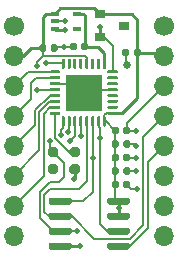
<source format=gbr>
%TF.GenerationSoftware,KiCad,Pcbnew,(5.1.6)-1*%
%TF.CreationDate,2020-10-27T18:31:36-05:00*%
%TF.ProjectId,ice30lp384_dev_board,69636533-306c-4703-9338-345f6465765f,rev?*%
%TF.SameCoordinates,Original*%
%TF.FileFunction,Copper,L1,Top*%
%TF.FilePolarity,Positive*%
%FSLAX46Y46*%
G04 Gerber Fmt 4.6, Leading zero omitted, Abs format (unit mm)*
G04 Created by KiCad (PCBNEW (5.1.6)-1) date 2020-10-27 18:31:36*
%MOMM*%
%LPD*%
G01*
G04 APERTURE LIST*
%TA.AperFunction,ComponentPad*%
%ADD10C,1.700000*%
%TD*%
%TA.AperFunction,ComponentPad*%
%ADD11O,1.700000X1.700000*%
%TD*%
%TA.AperFunction,SMDPad,CuDef*%
%ADD12R,3.100000X3.100000*%
%TD*%
%TA.AperFunction,SMDPad,CuDef*%
%ADD13R,0.650000X0.400000*%
%TD*%
%TA.AperFunction,SMDPad,CuDef*%
%ADD14R,0.900000X0.800000*%
%TD*%
%TA.AperFunction,ViaPad*%
%ADD15C,0.508000*%
%TD*%
%TA.AperFunction,ViaPad*%
%ADD16C,0.635000*%
%TD*%
%TA.AperFunction,Conductor*%
%ADD17C,0.152400*%
%TD*%
%TA.AperFunction,Conductor*%
%ADD18C,0.203200*%
%TD*%
%TA.AperFunction,Conductor*%
%ADD19C,0.254000*%
%TD*%
G04 APERTURE END LIST*
D10*
%TO.P,J2,1*%
%TO.N,GND*%
X125349000Y-48895000D03*
D11*
%TO.P,J2,2*%
%TO.N,+3V3*%
X125349000Y-51435000D03*
%TO.P,J2,3*%
%TO.N,SCK*%
X125349000Y-53975000D03*
%TO.P,J2,4*%
%TO.N,MISO*%
X125349000Y-56515000D03*
%TO.P,J2,5*%
%TO.N,MOSI*%
X125349000Y-59055000D03*
%TO.P,J2,6*%
%TO.N,CS0*%
X125349000Y-61595000D03*
%TO.P,J2,7*%
%TO.N,CRESET*%
X125349000Y-64135000D03*
%TO.P,J2,8*%
%TO.N,CDONE*%
X125349000Y-66675000D03*
%TD*%
D10*
%TO.P,J1,1*%
%TO.N,GND*%
X112649000Y-48895000D03*
D11*
%TO.P,J1,2*%
%TO.N,+3V3*%
X112649000Y-51435000D03*
%TO.P,J1,3*%
%TO.N,IO_1*%
X112649000Y-53975000D03*
%TO.P,J1,4*%
%TO.N,IO_2*%
X112649000Y-56515000D03*
%TO.P,J1,5*%
%TO.N,IO_3*%
X112649000Y-59055000D03*
%TO.P,J1,6*%
%TO.N,IO_4*%
X112649000Y-61595000D03*
%TO.P,J1,7*%
%TO.N,IO_5*%
X112649000Y-64135000D03*
%TO.P,J1,8*%
%TO.N,IO_32*%
X112649000Y-66675000D03*
%TD*%
%TO.P,C3,2*%
%TO.N,GND*%
%TA.AperFunction,SMDPad,CuDef*%
G36*
G01*
X115737000Y-50972500D02*
X115737000Y-50627500D01*
G75*
G02*
X115884500Y-50480000I147500J0D01*
G01*
X116179500Y-50480000D01*
G75*
G02*
X116327000Y-50627500I0J-147500D01*
G01*
X116327000Y-50972500D01*
G75*
G02*
X116179500Y-51120000I-147500J0D01*
G01*
X115884500Y-51120000D01*
G75*
G02*
X115737000Y-50972500I0J147500D01*
G01*
G37*
%TD.AperFunction*%
%TO.P,C3,1*%
%TO.N,+3V3*%
%TA.AperFunction,SMDPad,CuDef*%
G36*
G01*
X114767000Y-50972500D02*
X114767000Y-50627500D01*
G75*
G02*
X114914500Y-50480000I147500J0D01*
G01*
X115209500Y-50480000D01*
G75*
G02*
X115357000Y-50627500I0J-147500D01*
G01*
X115357000Y-50972500D01*
G75*
G02*
X115209500Y-51120000I-147500J0D01*
G01*
X114914500Y-51120000D01*
G75*
G02*
X114767000Y-50972500I0J147500D01*
G01*
G37*
%TD.AperFunction*%
%TD*%
%TO.P,C2,2*%
%TO.N,GND*%
%TA.AperFunction,SMDPad,CuDef*%
G36*
G01*
X117943000Y-50500500D02*
X117943000Y-50845500D01*
G75*
G02*
X117795500Y-50993000I-147500J0D01*
G01*
X117500500Y-50993000D01*
G75*
G02*
X117353000Y-50845500I0J147500D01*
G01*
X117353000Y-50500500D01*
G75*
G02*
X117500500Y-50353000I147500J0D01*
G01*
X117795500Y-50353000D01*
G75*
G02*
X117943000Y-50500500I0J-147500D01*
G01*
G37*
%TD.AperFunction*%
%TO.P,C2,1*%
%TO.N,+1V2*%
%TA.AperFunction,SMDPad,CuDef*%
G36*
G01*
X118913000Y-50500500D02*
X118913000Y-50845500D01*
G75*
G02*
X118765500Y-50993000I-147500J0D01*
G01*
X118470500Y-50993000D01*
G75*
G02*
X118323000Y-50845500I0J147500D01*
G01*
X118323000Y-50500500D01*
G75*
G02*
X118470500Y-50353000I147500J0D01*
G01*
X118765500Y-50353000D01*
G75*
G02*
X118913000Y-50500500I0J-147500D01*
G01*
G37*
%TD.AperFunction*%
%TD*%
%TO.P,C1,2*%
%TO.N,GND*%
%TA.AperFunction,SMDPad,CuDef*%
G36*
G01*
X122388000Y-51008500D02*
X122388000Y-51353500D01*
G75*
G02*
X122240500Y-51501000I-147500J0D01*
G01*
X121945500Y-51501000D01*
G75*
G02*
X121798000Y-51353500I0J147500D01*
G01*
X121798000Y-51008500D01*
G75*
G02*
X121945500Y-50861000I147500J0D01*
G01*
X122240500Y-50861000D01*
G75*
G02*
X122388000Y-51008500I0J-147500D01*
G01*
G37*
%TD.AperFunction*%
%TO.P,C1,1*%
%TO.N,+3V3*%
%TA.AperFunction,SMDPad,CuDef*%
G36*
G01*
X123358000Y-51008500D02*
X123358000Y-51353500D01*
G75*
G02*
X123210500Y-51501000I-147500J0D01*
G01*
X122915500Y-51501000D01*
G75*
G02*
X122768000Y-51353500I0J147500D01*
G01*
X122768000Y-51008500D01*
G75*
G02*
X122915500Y-50861000I147500J0D01*
G01*
X123210500Y-50861000D01*
G75*
G02*
X123358000Y-51008500I0J-147500D01*
G01*
G37*
%TD.AperFunction*%
%TD*%
%TO.P,R5,2*%
%TO.N,SCK*%
%TA.AperFunction,SMDPad,CuDef*%
G36*
G01*
X121879000Y-57957500D02*
X121879000Y-57612500D01*
G75*
G02*
X122026500Y-57465000I147500J0D01*
G01*
X122321500Y-57465000D01*
G75*
G02*
X122469000Y-57612500I0J-147500D01*
G01*
X122469000Y-57957500D01*
G75*
G02*
X122321500Y-58105000I-147500J0D01*
G01*
X122026500Y-58105000D01*
G75*
G02*
X121879000Y-57957500I0J147500D01*
G01*
G37*
%TD.AperFunction*%
%TO.P,R5,1*%
%TO.N,+3V3*%
%TA.AperFunction,SMDPad,CuDef*%
G36*
G01*
X120909000Y-57957500D02*
X120909000Y-57612500D01*
G75*
G02*
X121056500Y-57465000I147500J0D01*
G01*
X121351500Y-57465000D01*
G75*
G02*
X121499000Y-57612500I0J-147500D01*
G01*
X121499000Y-57957500D01*
G75*
G02*
X121351500Y-58105000I-147500J0D01*
G01*
X121056500Y-58105000D01*
G75*
G02*
X120909000Y-57957500I0J147500D01*
G01*
G37*
%TD.AperFunction*%
%TD*%
%TO.P,R4,2*%
%TO.N,MOSI*%
%TA.AperFunction,SMDPad,CuDef*%
G36*
G01*
X121879000Y-59100500D02*
X121879000Y-58755500D01*
G75*
G02*
X122026500Y-58608000I147500J0D01*
G01*
X122321500Y-58608000D01*
G75*
G02*
X122469000Y-58755500I0J-147500D01*
G01*
X122469000Y-59100500D01*
G75*
G02*
X122321500Y-59248000I-147500J0D01*
G01*
X122026500Y-59248000D01*
G75*
G02*
X121879000Y-59100500I0J147500D01*
G01*
G37*
%TD.AperFunction*%
%TO.P,R4,1*%
%TO.N,+3V3*%
%TA.AperFunction,SMDPad,CuDef*%
G36*
G01*
X120909000Y-59100500D02*
X120909000Y-58755500D01*
G75*
G02*
X121056500Y-58608000I147500J0D01*
G01*
X121351500Y-58608000D01*
G75*
G02*
X121499000Y-58755500I0J-147500D01*
G01*
X121499000Y-59100500D01*
G75*
G02*
X121351500Y-59248000I-147500J0D01*
G01*
X121056500Y-59248000D01*
G75*
G02*
X120909000Y-59100500I0J147500D01*
G01*
G37*
%TD.AperFunction*%
%TD*%
%TO.P,R3,2*%
%TO.N,CS0*%
%TA.AperFunction,SMDPad,CuDef*%
G36*
G01*
X121856000Y-60243500D02*
X121856000Y-59898500D01*
G75*
G02*
X122003500Y-59751000I147500J0D01*
G01*
X122298500Y-59751000D01*
G75*
G02*
X122446000Y-59898500I0J-147500D01*
G01*
X122446000Y-60243500D01*
G75*
G02*
X122298500Y-60391000I-147500J0D01*
G01*
X122003500Y-60391000D01*
G75*
G02*
X121856000Y-60243500I0J147500D01*
G01*
G37*
%TD.AperFunction*%
%TO.P,R3,1*%
%TO.N,+3V3*%
%TA.AperFunction,SMDPad,CuDef*%
G36*
G01*
X120886000Y-60243500D02*
X120886000Y-59898500D01*
G75*
G02*
X121033500Y-59751000I147500J0D01*
G01*
X121328500Y-59751000D01*
G75*
G02*
X121476000Y-59898500I0J-147500D01*
G01*
X121476000Y-60243500D01*
G75*
G02*
X121328500Y-60391000I-147500J0D01*
G01*
X121033500Y-60391000D01*
G75*
G02*
X120886000Y-60243500I0J147500D01*
G01*
G37*
%TD.AperFunction*%
%TD*%
%TO.P,R2,2*%
%TO.N,CDONE*%
%TA.AperFunction,SMDPad,CuDef*%
G36*
G01*
X121879000Y-62529500D02*
X121879000Y-62184500D01*
G75*
G02*
X122026500Y-62037000I147500J0D01*
G01*
X122321500Y-62037000D01*
G75*
G02*
X122469000Y-62184500I0J-147500D01*
G01*
X122469000Y-62529500D01*
G75*
G02*
X122321500Y-62677000I-147500J0D01*
G01*
X122026500Y-62677000D01*
G75*
G02*
X121879000Y-62529500I0J147500D01*
G01*
G37*
%TD.AperFunction*%
%TO.P,R2,1*%
%TO.N,+3V3*%
%TA.AperFunction,SMDPad,CuDef*%
G36*
G01*
X120909000Y-62529500D02*
X120909000Y-62184500D01*
G75*
G02*
X121056500Y-62037000I147500J0D01*
G01*
X121351500Y-62037000D01*
G75*
G02*
X121499000Y-62184500I0J-147500D01*
G01*
X121499000Y-62529500D01*
G75*
G02*
X121351500Y-62677000I-147500J0D01*
G01*
X121056500Y-62677000D01*
G75*
G02*
X120909000Y-62529500I0J147500D01*
G01*
G37*
%TD.AperFunction*%
%TD*%
%TO.P,R1,2*%
%TO.N,CRESET*%
%TA.AperFunction,SMDPad,CuDef*%
G36*
G01*
X121879000Y-61386500D02*
X121879000Y-61041500D01*
G75*
G02*
X122026500Y-60894000I147500J0D01*
G01*
X122321500Y-60894000D01*
G75*
G02*
X122469000Y-61041500I0J-147500D01*
G01*
X122469000Y-61386500D01*
G75*
G02*
X122321500Y-61534000I-147500J0D01*
G01*
X122026500Y-61534000D01*
G75*
G02*
X121879000Y-61386500I0J147500D01*
G01*
G37*
%TD.AperFunction*%
%TO.P,R1,1*%
%TO.N,+3V3*%
%TA.AperFunction,SMDPad,CuDef*%
G36*
G01*
X120909000Y-61386500D02*
X120909000Y-61041500D01*
G75*
G02*
X121056500Y-60894000I147500J0D01*
G01*
X121351500Y-60894000D01*
G75*
G02*
X121499000Y-61041500I0J-147500D01*
G01*
X121499000Y-61386500D01*
G75*
G02*
X121351500Y-61534000I-147500J0D01*
G01*
X121056500Y-61534000D01*
G75*
G02*
X120909000Y-61386500I0J147500D01*
G01*
G37*
%TD.AperFunction*%
%TD*%
%TO.P,U4,8*%
%TO.N,+3V3*%
%TA.AperFunction,SMDPad,CuDef*%
G36*
G01*
X120499000Y-63904000D02*
X120499000Y-63604000D01*
G75*
G02*
X120649000Y-63454000I150000J0D01*
G01*
X122299000Y-63454000D01*
G75*
G02*
X122449000Y-63604000I0J-150000D01*
G01*
X122449000Y-63904000D01*
G75*
G02*
X122299000Y-64054000I-150000J0D01*
G01*
X120649000Y-64054000D01*
G75*
G02*
X120499000Y-63904000I0J150000D01*
G01*
G37*
%TD.AperFunction*%
%TO.P,U4,7*%
%TA.AperFunction,SMDPad,CuDef*%
G36*
G01*
X120499000Y-65174000D02*
X120499000Y-64874000D01*
G75*
G02*
X120649000Y-64724000I150000J0D01*
G01*
X122299000Y-64724000D01*
G75*
G02*
X122449000Y-64874000I0J-150000D01*
G01*
X122449000Y-65174000D01*
G75*
G02*
X122299000Y-65324000I-150000J0D01*
G01*
X120649000Y-65324000D01*
G75*
G02*
X120499000Y-65174000I0J150000D01*
G01*
G37*
%TD.AperFunction*%
%TO.P,U4,6*%
%TO.N,SCK*%
%TA.AperFunction,SMDPad,CuDef*%
G36*
G01*
X120499000Y-66444000D02*
X120499000Y-66144000D01*
G75*
G02*
X120649000Y-65994000I150000J0D01*
G01*
X122299000Y-65994000D01*
G75*
G02*
X122449000Y-66144000I0J-150000D01*
G01*
X122449000Y-66444000D01*
G75*
G02*
X122299000Y-66594000I-150000J0D01*
G01*
X120649000Y-66594000D01*
G75*
G02*
X120499000Y-66444000I0J150000D01*
G01*
G37*
%TD.AperFunction*%
%TO.P,U4,5*%
%TO.N,MOSI*%
%TA.AperFunction,SMDPad,CuDef*%
G36*
G01*
X120499000Y-67714000D02*
X120499000Y-67414000D01*
G75*
G02*
X120649000Y-67264000I150000J0D01*
G01*
X122299000Y-67264000D01*
G75*
G02*
X122449000Y-67414000I0J-150000D01*
G01*
X122449000Y-67714000D01*
G75*
G02*
X122299000Y-67864000I-150000J0D01*
G01*
X120649000Y-67864000D01*
G75*
G02*
X120499000Y-67714000I0J150000D01*
G01*
G37*
%TD.AperFunction*%
%TO.P,U4,4*%
%TO.N,GND*%
%TA.AperFunction,SMDPad,CuDef*%
G36*
G01*
X115549000Y-67714000D02*
X115549000Y-67414000D01*
G75*
G02*
X115699000Y-67264000I150000J0D01*
G01*
X117349000Y-67264000D01*
G75*
G02*
X117499000Y-67414000I0J-150000D01*
G01*
X117499000Y-67714000D01*
G75*
G02*
X117349000Y-67864000I-150000J0D01*
G01*
X115699000Y-67864000D01*
G75*
G02*
X115549000Y-67714000I0J150000D01*
G01*
G37*
%TD.AperFunction*%
%TO.P,U4,3*%
%TO.N,+3V3*%
%TA.AperFunction,SMDPad,CuDef*%
G36*
G01*
X115549000Y-66444000D02*
X115549000Y-66144000D01*
G75*
G02*
X115699000Y-65994000I150000J0D01*
G01*
X117349000Y-65994000D01*
G75*
G02*
X117499000Y-66144000I0J-150000D01*
G01*
X117499000Y-66444000D01*
G75*
G02*
X117349000Y-66594000I-150000J0D01*
G01*
X115699000Y-66594000D01*
G75*
G02*
X115549000Y-66444000I0J150000D01*
G01*
G37*
%TD.AperFunction*%
%TO.P,U4,2*%
%TO.N,MISO*%
%TA.AperFunction,SMDPad,CuDef*%
G36*
G01*
X115549000Y-65174000D02*
X115549000Y-64874000D01*
G75*
G02*
X115699000Y-64724000I150000J0D01*
G01*
X117349000Y-64724000D01*
G75*
G02*
X117499000Y-64874000I0J-150000D01*
G01*
X117499000Y-65174000D01*
G75*
G02*
X117349000Y-65324000I-150000J0D01*
G01*
X115699000Y-65324000D01*
G75*
G02*
X115549000Y-65174000I0J150000D01*
G01*
G37*
%TD.AperFunction*%
%TO.P,U4,1*%
%TO.N,CS0*%
%TA.AperFunction,SMDPad,CuDef*%
G36*
G01*
X115549000Y-63904000D02*
X115549000Y-63604000D01*
G75*
G02*
X115699000Y-63454000I150000J0D01*
G01*
X117349000Y-63454000D01*
G75*
G02*
X117499000Y-63604000I0J-150000D01*
G01*
X117499000Y-63904000D01*
G75*
G02*
X117349000Y-64054000I-150000J0D01*
G01*
X115699000Y-64054000D01*
G75*
G02*
X115549000Y-63904000I0J150000D01*
G01*
G37*
%TD.AperFunction*%
%TD*%
D12*
%TO.P,U3,33*%
%TO.N,GND*%
X118534000Y-54570000D03*
%TO.P,U3,32*%
%TO.N,IO_32*%
%TA.AperFunction,SMDPad,CuDef*%
G36*
G01*
X116659000Y-52507500D02*
X116659000Y-51757500D01*
G75*
G02*
X116721500Y-51695000I62500J0D01*
G01*
X116846500Y-51695000D01*
G75*
G02*
X116909000Y-51757500I0J-62500D01*
G01*
X116909000Y-52507500D01*
G75*
G02*
X116846500Y-52570000I-62500J0D01*
G01*
X116721500Y-52570000D01*
G75*
G02*
X116659000Y-52507500I0J62500D01*
G01*
G37*
%TD.AperFunction*%
%TO.P,U3,31*%
%TO.N,N/C*%
%TA.AperFunction,SMDPad,CuDef*%
G36*
G01*
X117159000Y-52507500D02*
X117159000Y-51757500D01*
G75*
G02*
X117221500Y-51695000I62500J0D01*
G01*
X117346500Y-51695000D01*
G75*
G02*
X117409000Y-51757500I0J-62500D01*
G01*
X117409000Y-52507500D01*
G75*
G02*
X117346500Y-52570000I-62500J0D01*
G01*
X117221500Y-52570000D01*
G75*
G02*
X117159000Y-52507500I0J62500D01*
G01*
G37*
%TD.AperFunction*%
%TO.P,U3,30*%
%TA.AperFunction,SMDPad,CuDef*%
G36*
G01*
X117659000Y-52507500D02*
X117659000Y-51757500D01*
G75*
G02*
X117721500Y-51695000I62500J0D01*
G01*
X117846500Y-51695000D01*
G75*
G02*
X117909000Y-51757500I0J-62500D01*
G01*
X117909000Y-52507500D01*
G75*
G02*
X117846500Y-52570000I-62500J0D01*
G01*
X117721500Y-52570000D01*
G75*
G02*
X117659000Y-52507500I0J62500D01*
G01*
G37*
%TD.AperFunction*%
%TO.P,U3,29*%
%TA.AperFunction,SMDPad,CuDef*%
G36*
G01*
X118159000Y-52507500D02*
X118159000Y-51757500D01*
G75*
G02*
X118221500Y-51695000I62500J0D01*
G01*
X118346500Y-51695000D01*
G75*
G02*
X118409000Y-51757500I0J-62500D01*
G01*
X118409000Y-52507500D01*
G75*
G02*
X118346500Y-52570000I-62500J0D01*
G01*
X118221500Y-52570000D01*
G75*
G02*
X118159000Y-52507500I0J62500D01*
G01*
G37*
%TD.AperFunction*%
%TO.P,U3,28*%
%TO.N,+3V3*%
%TA.AperFunction,SMDPad,CuDef*%
G36*
G01*
X118659000Y-52507500D02*
X118659000Y-51757500D01*
G75*
G02*
X118721500Y-51695000I62500J0D01*
G01*
X118846500Y-51695000D01*
G75*
G02*
X118909000Y-51757500I0J-62500D01*
G01*
X118909000Y-52507500D01*
G75*
G02*
X118846500Y-52570000I-62500J0D01*
G01*
X118721500Y-52570000D01*
G75*
G02*
X118659000Y-52507500I0J62500D01*
G01*
G37*
%TD.AperFunction*%
%TO.P,U3,27*%
%TO.N,N/C*%
%TA.AperFunction,SMDPad,CuDef*%
G36*
G01*
X119159000Y-52507500D02*
X119159000Y-51757500D01*
G75*
G02*
X119221500Y-51695000I62500J0D01*
G01*
X119346500Y-51695000D01*
G75*
G02*
X119409000Y-51757500I0J-62500D01*
G01*
X119409000Y-52507500D01*
G75*
G02*
X119346500Y-52570000I-62500J0D01*
G01*
X119221500Y-52570000D01*
G75*
G02*
X119159000Y-52507500I0J62500D01*
G01*
G37*
%TD.AperFunction*%
%TO.P,U3,26*%
%TA.AperFunction,SMDPad,CuDef*%
G36*
G01*
X119659000Y-52507500D02*
X119659000Y-51757500D01*
G75*
G02*
X119721500Y-51695000I62500J0D01*
G01*
X119846500Y-51695000D01*
G75*
G02*
X119909000Y-51757500I0J-62500D01*
G01*
X119909000Y-52507500D01*
G75*
G02*
X119846500Y-52570000I-62500J0D01*
G01*
X119721500Y-52570000D01*
G75*
G02*
X119659000Y-52507500I0J62500D01*
G01*
G37*
%TD.AperFunction*%
%TO.P,U3,25*%
%TO.N,+1V2*%
%TA.AperFunction,SMDPad,CuDef*%
G36*
G01*
X120159000Y-52507500D02*
X120159000Y-51757500D01*
G75*
G02*
X120221500Y-51695000I62500J0D01*
G01*
X120346500Y-51695000D01*
G75*
G02*
X120409000Y-51757500I0J-62500D01*
G01*
X120409000Y-52507500D01*
G75*
G02*
X120346500Y-52570000I-62500J0D01*
G01*
X120221500Y-52570000D01*
G75*
G02*
X120159000Y-52507500I0J62500D01*
G01*
G37*
%TD.AperFunction*%
%TO.P,U3,24*%
%TO.N,+2V5*%
%TA.AperFunction,SMDPad,CuDef*%
G36*
G01*
X120534000Y-52882500D02*
X120534000Y-52757500D01*
G75*
G02*
X120596500Y-52695000I62500J0D01*
G01*
X121346500Y-52695000D01*
G75*
G02*
X121409000Y-52757500I0J-62500D01*
G01*
X121409000Y-52882500D01*
G75*
G02*
X121346500Y-52945000I-62500J0D01*
G01*
X120596500Y-52945000D01*
G75*
G02*
X120534000Y-52882500I0J62500D01*
G01*
G37*
%TD.AperFunction*%
%TO.P,U3,23*%
%TO.N,N/C*%
%TA.AperFunction,SMDPad,CuDef*%
G36*
G01*
X120534000Y-53382500D02*
X120534000Y-53257500D01*
G75*
G02*
X120596500Y-53195000I62500J0D01*
G01*
X121346500Y-53195000D01*
G75*
G02*
X121409000Y-53257500I0J-62500D01*
G01*
X121409000Y-53382500D01*
G75*
G02*
X121346500Y-53445000I-62500J0D01*
G01*
X120596500Y-53445000D01*
G75*
G02*
X120534000Y-53382500I0J62500D01*
G01*
G37*
%TD.AperFunction*%
%TO.P,U3,22*%
%TA.AperFunction,SMDPad,CuDef*%
G36*
G01*
X120534000Y-53882500D02*
X120534000Y-53757500D01*
G75*
G02*
X120596500Y-53695000I62500J0D01*
G01*
X121346500Y-53695000D01*
G75*
G02*
X121409000Y-53757500I0J-62500D01*
G01*
X121409000Y-53882500D01*
G75*
G02*
X121346500Y-53945000I-62500J0D01*
G01*
X120596500Y-53945000D01*
G75*
G02*
X120534000Y-53882500I0J62500D01*
G01*
G37*
%TD.AperFunction*%
%TO.P,U3,21*%
%TO.N,GND*%
%TA.AperFunction,SMDPad,CuDef*%
G36*
G01*
X120534000Y-54382500D02*
X120534000Y-54257500D01*
G75*
G02*
X120596500Y-54195000I62500J0D01*
G01*
X121346500Y-54195000D01*
G75*
G02*
X121409000Y-54257500I0J-62500D01*
G01*
X121409000Y-54382500D01*
G75*
G02*
X121346500Y-54445000I-62500J0D01*
G01*
X120596500Y-54445000D01*
G75*
G02*
X120534000Y-54382500I0J62500D01*
G01*
G37*
%TD.AperFunction*%
%TO.P,U3,20*%
%TO.N,N/C*%
%TA.AperFunction,SMDPad,CuDef*%
G36*
G01*
X120534000Y-54882500D02*
X120534000Y-54757500D01*
G75*
G02*
X120596500Y-54695000I62500J0D01*
G01*
X121346500Y-54695000D01*
G75*
G02*
X121409000Y-54757500I0J-62500D01*
G01*
X121409000Y-54882500D01*
G75*
G02*
X121346500Y-54945000I-62500J0D01*
G01*
X120596500Y-54945000D01*
G75*
G02*
X120534000Y-54882500I0J62500D01*
G01*
G37*
%TD.AperFunction*%
%TO.P,U3,19*%
%TA.AperFunction,SMDPad,CuDef*%
G36*
G01*
X120534000Y-55382500D02*
X120534000Y-55257500D01*
G75*
G02*
X120596500Y-55195000I62500J0D01*
G01*
X121346500Y-55195000D01*
G75*
G02*
X121409000Y-55257500I0J-62500D01*
G01*
X121409000Y-55382500D01*
G75*
G02*
X121346500Y-55445000I-62500J0D01*
G01*
X120596500Y-55445000D01*
G75*
G02*
X120534000Y-55382500I0J62500D01*
G01*
G37*
%TD.AperFunction*%
%TO.P,U3,18*%
%TA.AperFunction,SMDPad,CuDef*%
G36*
G01*
X120534000Y-55882500D02*
X120534000Y-55757500D01*
G75*
G02*
X120596500Y-55695000I62500J0D01*
G01*
X121346500Y-55695000D01*
G75*
G02*
X121409000Y-55757500I0J-62500D01*
G01*
X121409000Y-55882500D01*
G75*
G02*
X121346500Y-55945000I-62500J0D01*
G01*
X120596500Y-55945000D01*
G75*
G02*
X120534000Y-55882500I0J62500D01*
G01*
G37*
%TD.AperFunction*%
%TO.P,U3,17*%
%TO.N,+3V3*%
%TA.AperFunction,SMDPad,CuDef*%
G36*
G01*
X120534000Y-56382500D02*
X120534000Y-56257500D01*
G75*
G02*
X120596500Y-56195000I62500J0D01*
G01*
X121346500Y-56195000D01*
G75*
G02*
X121409000Y-56257500I0J-62500D01*
G01*
X121409000Y-56382500D01*
G75*
G02*
X121346500Y-56445000I-62500J0D01*
G01*
X120596500Y-56445000D01*
G75*
G02*
X120534000Y-56382500I0J62500D01*
G01*
G37*
%TD.AperFunction*%
%TO.P,U3,16*%
%TA.AperFunction,SMDPad,CuDef*%
G36*
G01*
X120159000Y-57382500D02*
X120159000Y-56632500D01*
G75*
G02*
X120221500Y-56570000I62500J0D01*
G01*
X120346500Y-56570000D01*
G75*
G02*
X120409000Y-56632500I0J-62500D01*
G01*
X120409000Y-57382500D01*
G75*
G02*
X120346500Y-57445000I-62500J0D01*
G01*
X120221500Y-57445000D01*
G75*
G02*
X120159000Y-57382500I0J62500D01*
G01*
G37*
%TD.AperFunction*%
%TO.P,U3,15*%
%TO.N,SCK*%
%TA.AperFunction,SMDPad,CuDef*%
G36*
G01*
X119659000Y-57382500D02*
X119659000Y-56632500D01*
G75*
G02*
X119721500Y-56570000I62500J0D01*
G01*
X119846500Y-56570000D01*
G75*
G02*
X119909000Y-56632500I0J-62500D01*
G01*
X119909000Y-57382500D01*
G75*
G02*
X119846500Y-57445000I-62500J0D01*
G01*
X119721500Y-57445000D01*
G75*
G02*
X119659000Y-57382500I0J62500D01*
G01*
G37*
%TD.AperFunction*%
%TO.P,U3,14*%
%TO.N,CS0*%
%TA.AperFunction,SMDPad,CuDef*%
G36*
G01*
X119159000Y-57382500D02*
X119159000Y-56632500D01*
G75*
G02*
X119221500Y-56570000I62500J0D01*
G01*
X119346500Y-56570000D01*
G75*
G02*
X119409000Y-56632500I0J-62500D01*
G01*
X119409000Y-57382500D01*
G75*
G02*
X119346500Y-57445000I-62500J0D01*
G01*
X119221500Y-57445000D01*
G75*
G02*
X119159000Y-57382500I0J62500D01*
G01*
G37*
%TD.AperFunction*%
%TO.P,U3,13*%
%TO.N,MISO*%
%TA.AperFunction,SMDPad,CuDef*%
G36*
G01*
X118659000Y-57382500D02*
X118659000Y-56632500D01*
G75*
G02*
X118721500Y-56570000I62500J0D01*
G01*
X118846500Y-56570000D01*
G75*
G02*
X118909000Y-56632500I0J-62500D01*
G01*
X118909000Y-57382500D01*
G75*
G02*
X118846500Y-57445000I-62500J0D01*
G01*
X118721500Y-57445000D01*
G75*
G02*
X118659000Y-57382500I0J62500D01*
G01*
G37*
%TD.AperFunction*%
%TO.P,U3,12*%
%TO.N,MOSI*%
%TA.AperFunction,SMDPad,CuDef*%
G36*
G01*
X118159000Y-57382500D02*
X118159000Y-56632500D01*
G75*
G02*
X118221500Y-56570000I62500J0D01*
G01*
X118346500Y-56570000D01*
G75*
G02*
X118409000Y-56632500I0J-62500D01*
G01*
X118409000Y-57382500D01*
G75*
G02*
X118346500Y-57445000I-62500J0D01*
G01*
X118221500Y-57445000D01*
G75*
G02*
X118159000Y-57382500I0J62500D01*
G01*
G37*
%TD.AperFunction*%
%TO.P,U3,11*%
%TO.N,CDONE*%
%TA.AperFunction,SMDPad,CuDef*%
G36*
G01*
X117659000Y-57382500D02*
X117659000Y-56632500D01*
G75*
G02*
X117721500Y-56570000I62500J0D01*
G01*
X117846500Y-56570000D01*
G75*
G02*
X117909000Y-56632500I0J-62500D01*
G01*
X117909000Y-57382500D01*
G75*
G02*
X117846500Y-57445000I-62500J0D01*
G01*
X117721500Y-57445000D01*
G75*
G02*
X117659000Y-57382500I0J62500D01*
G01*
G37*
%TD.AperFunction*%
%TO.P,U3,10*%
%TO.N,CRESET*%
%TA.AperFunction,SMDPad,CuDef*%
G36*
G01*
X117159000Y-57382500D02*
X117159000Y-56632500D01*
G75*
G02*
X117221500Y-56570000I62500J0D01*
G01*
X117346500Y-56570000D01*
G75*
G02*
X117409000Y-56632500I0J-62500D01*
G01*
X117409000Y-57382500D01*
G75*
G02*
X117346500Y-57445000I-62500J0D01*
G01*
X117221500Y-57445000D01*
G75*
G02*
X117159000Y-57382500I0J62500D01*
G01*
G37*
%TD.AperFunction*%
%TO.P,U3,9*%
%TO.N,+3V3*%
%TA.AperFunction,SMDPad,CuDef*%
G36*
G01*
X116659000Y-57382500D02*
X116659000Y-56632500D01*
G75*
G02*
X116721500Y-56570000I62500J0D01*
G01*
X116846500Y-56570000D01*
G75*
G02*
X116909000Y-56632500I0J-62500D01*
G01*
X116909000Y-57382500D01*
G75*
G02*
X116846500Y-57445000I-62500J0D01*
G01*
X116721500Y-57445000D01*
G75*
G02*
X116659000Y-57382500I0J62500D01*
G01*
G37*
%TD.AperFunction*%
%TO.P,U3,8*%
%TO.N,CLK*%
%TA.AperFunction,SMDPad,CuDef*%
G36*
G01*
X115659000Y-56382500D02*
X115659000Y-56257500D01*
G75*
G02*
X115721500Y-56195000I62500J0D01*
G01*
X116471500Y-56195000D01*
G75*
G02*
X116534000Y-56257500I0J-62500D01*
G01*
X116534000Y-56382500D01*
G75*
G02*
X116471500Y-56445000I-62500J0D01*
G01*
X115721500Y-56445000D01*
G75*
G02*
X115659000Y-56382500I0J62500D01*
G01*
G37*
%TD.AperFunction*%
%TO.P,U3,7*%
%TO.N,IO_5*%
%TA.AperFunction,SMDPad,CuDef*%
G36*
G01*
X115659000Y-55882500D02*
X115659000Y-55757500D01*
G75*
G02*
X115721500Y-55695000I62500J0D01*
G01*
X116471500Y-55695000D01*
G75*
G02*
X116534000Y-55757500I0J-62500D01*
G01*
X116534000Y-55882500D01*
G75*
G02*
X116471500Y-55945000I-62500J0D01*
G01*
X115721500Y-55945000D01*
G75*
G02*
X115659000Y-55882500I0J62500D01*
G01*
G37*
%TD.AperFunction*%
%TO.P,U3,6*%
%TO.N,IO_4*%
%TA.AperFunction,SMDPad,CuDef*%
G36*
G01*
X115659000Y-55382500D02*
X115659000Y-55257500D01*
G75*
G02*
X115721500Y-55195000I62500J0D01*
G01*
X116471500Y-55195000D01*
G75*
G02*
X116534000Y-55257500I0J-62500D01*
G01*
X116534000Y-55382500D01*
G75*
G02*
X116471500Y-55445000I-62500J0D01*
G01*
X115721500Y-55445000D01*
G75*
G02*
X115659000Y-55382500I0J62500D01*
G01*
G37*
%TD.AperFunction*%
%TO.P,U3,5*%
%TO.N,IO_3*%
%TA.AperFunction,SMDPad,CuDef*%
G36*
G01*
X115659000Y-54882500D02*
X115659000Y-54757500D01*
G75*
G02*
X115721500Y-54695000I62500J0D01*
G01*
X116471500Y-54695000D01*
G75*
G02*
X116534000Y-54757500I0J-62500D01*
G01*
X116534000Y-54882500D01*
G75*
G02*
X116471500Y-54945000I-62500J0D01*
G01*
X115721500Y-54945000D01*
G75*
G02*
X115659000Y-54882500I0J62500D01*
G01*
G37*
%TD.AperFunction*%
%TO.P,U3,4*%
%TO.N,+3V3*%
%TA.AperFunction,SMDPad,CuDef*%
G36*
G01*
X115659000Y-54382500D02*
X115659000Y-54257500D01*
G75*
G02*
X115721500Y-54195000I62500J0D01*
G01*
X116471500Y-54195000D01*
G75*
G02*
X116534000Y-54257500I0J-62500D01*
G01*
X116534000Y-54382500D01*
G75*
G02*
X116471500Y-54445000I-62500J0D01*
G01*
X115721500Y-54445000D01*
G75*
G02*
X115659000Y-54382500I0J62500D01*
G01*
G37*
%TD.AperFunction*%
%TO.P,U3,3*%
%TO.N,GND*%
%TA.AperFunction,SMDPad,CuDef*%
G36*
G01*
X115659000Y-53882500D02*
X115659000Y-53757500D01*
G75*
G02*
X115721500Y-53695000I62500J0D01*
G01*
X116471500Y-53695000D01*
G75*
G02*
X116534000Y-53757500I0J-62500D01*
G01*
X116534000Y-53882500D01*
G75*
G02*
X116471500Y-53945000I-62500J0D01*
G01*
X115721500Y-53945000D01*
G75*
G02*
X115659000Y-53882500I0J62500D01*
G01*
G37*
%TD.AperFunction*%
%TO.P,U3,2*%
%TO.N,IO_2*%
%TA.AperFunction,SMDPad,CuDef*%
G36*
G01*
X115659000Y-53382500D02*
X115659000Y-53257500D01*
G75*
G02*
X115721500Y-53195000I62500J0D01*
G01*
X116471500Y-53195000D01*
G75*
G02*
X116534000Y-53257500I0J-62500D01*
G01*
X116534000Y-53382500D01*
G75*
G02*
X116471500Y-53445000I-62500J0D01*
G01*
X115721500Y-53445000D01*
G75*
G02*
X115659000Y-53382500I0J62500D01*
G01*
G37*
%TD.AperFunction*%
%TO.P,U3,1*%
%TO.N,IO_1*%
%TA.AperFunction,SMDPad,CuDef*%
G36*
G01*
X115659000Y-52882500D02*
X115659000Y-52757500D01*
G75*
G02*
X115721500Y-52695000I62500J0D01*
G01*
X116471500Y-52695000D01*
G75*
G02*
X116534000Y-52757500I0J-62500D01*
G01*
X116534000Y-52882500D01*
G75*
G02*
X116471500Y-52945000I-62500J0D01*
G01*
X115721500Y-52945000D01*
G75*
G02*
X115659000Y-52882500I0J62500D01*
G01*
G37*
%TD.AperFunction*%
%TD*%
%TO.P,U2,3*%
%TO.N,CLK*%
%TA.AperFunction,SMDPad,CuDef*%
G36*
G01*
X118015000Y-60000000D02*
X117515000Y-60000000D01*
G75*
G02*
X117315000Y-59800000I0J200000D01*
G01*
X117315000Y-59400000D01*
G75*
G02*
X117515000Y-59200000I200000J0D01*
G01*
X118015000Y-59200000D01*
G75*
G02*
X118215000Y-59400000I0J-200000D01*
G01*
X118215000Y-59800000D01*
G75*
G02*
X118015000Y-60000000I-200000J0D01*
G01*
G37*
%TD.AperFunction*%
%TO.P,U2,2*%
%TO.N,GND*%
%TA.AperFunction,SMDPad,CuDef*%
G36*
G01*
X118015000Y-61450000D02*
X117515000Y-61450000D01*
G75*
G02*
X117315000Y-61250000I0J200000D01*
G01*
X117315000Y-60850000D01*
G75*
G02*
X117515000Y-60650000I200000J0D01*
G01*
X118015000Y-60650000D01*
G75*
G02*
X118215000Y-60850000I0J-200000D01*
G01*
X118215000Y-61250000D01*
G75*
G02*
X118015000Y-61450000I-200000J0D01*
G01*
G37*
%TD.AperFunction*%
%TO.P,U2,4*%
%TO.N,+3V3*%
%TA.AperFunction,SMDPad,CuDef*%
G36*
G01*
X116165000Y-60000000D02*
X115665000Y-60000000D01*
G75*
G02*
X115465000Y-59800000I0J200000D01*
G01*
X115465000Y-59400000D01*
G75*
G02*
X115665000Y-59200000I200000J0D01*
G01*
X116165000Y-59200000D01*
G75*
G02*
X116365000Y-59400000I0J-200000D01*
G01*
X116365000Y-59800000D01*
G75*
G02*
X116165000Y-60000000I-200000J0D01*
G01*
G37*
%TD.AperFunction*%
%TO.P,U2,1*%
%TO.N,N/C*%
%TA.AperFunction,SMDPad,CuDef*%
G36*
G01*
X116165000Y-61450000D02*
X115665000Y-61450000D01*
G75*
G02*
X115465000Y-61250000I0J200000D01*
G01*
X115465000Y-60850000D01*
G75*
G02*
X115665000Y-60650000I200000J0D01*
G01*
X116165000Y-60650000D01*
G75*
G02*
X116365000Y-60850000I0J-200000D01*
G01*
X116365000Y-61250000D01*
G75*
G02*
X116165000Y-61450000I-200000J0D01*
G01*
G37*
%TD.AperFunction*%
%TD*%
D13*
%TO.P,U1,5*%
%TO.N,+1V2*%
X117983000Y-47879000D03*
%TO.P,U1,4*%
%TO.N,N/C*%
X117983000Y-49179000D03*
%TO.P,U1,2*%
%TO.N,GND*%
X116083000Y-48529000D03*
%TO.P,U1,3*%
%TO.N,+2V5*%
X116083000Y-49179000D03*
%TO.P,U1,1*%
%TO.N,+3V3*%
X116083000Y-47879000D03*
%TD*%
D14*
%TO.P,D1,3*%
%TO.N,N/C*%
X121920000Y-48895000D03*
%TO.P,D1,2*%
%TO.N,+2V5*%
X119920000Y-49845000D03*
%TO.P,D1,1*%
%TO.N,+3V3*%
X119920000Y-47945000D03*
%TD*%
D15*
%TO.N,GND*%
X116840000Y-50673000D03*
X116967000Y-48514000D03*
X118237000Y-67564000D03*
X117729000Y-61849000D03*
D16*
X118534000Y-54570000D03*
X122174000Y-52197000D03*
D15*
%TO.N,+3V3*%
X117983000Y-66294000D03*
X121474000Y-64327000D03*
X116604500Y-58160124D03*
X115663765Y-58694436D03*
X114554000Y-52312000D03*
X114554000Y-54356000D03*
%TO.N,+2V5*%
X119888000Y-49022000D03*
X116967000Y-49276000D03*
%TO.N,IO_32*%
X115316000Y-52070000D03*
%TO.N,CDONE*%
X123063000Y-62738000D03*
X117348008Y-58674000D03*
%TO.N,CRESET*%
X122936000Y-61214000D03*
X117221000Y-57912000D03*
%TO.N,CS0*%
X122920747Y-60091326D03*
X119284000Y-60102000D03*
%TO.N,MOSI*%
X122936000Y-59054992D03*
X118275990Y-58202495D03*
%TO.N,SCK*%
X122936000Y-57785000D03*
X119889988Y-58420000D03*
%TD*%
D17*
%TO.N,GND*%
X118784000Y-54320000D02*
X118534000Y-54570000D01*
X120971500Y-54320000D02*
X118784000Y-54320000D01*
X117784000Y-53820000D02*
X118534000Y-54570000D01*
X116096500Y-53820000D02*
X117784000Y-53820000D01*
D18*
X117648000Y-50673000D02*
X116840000Y-50673000D01*
X116083000Y-48529000D02*
X116952000Y-48529000D01*
X116952000Y-48529000D02*
X116967000Y-48514000D01*
D19*
X116524000Y-67564000D02*
X118237000Y-67564000D01*
X117765000Y-61050000D02*
X117765000Y-61813000D01*
X117765000Y-61813000D02*
X117729000Y-61849000D01*
D18*
X116159000Y-50673000D02*
X116032000Y-50800000D01*
X116840000Y-50673000D02*
X116159000Y-50673000D01*
X122093000Y-52116000D02*
X122174000Y-52197000D01*
X122093000Y-51181000D02*
X122093000Y-52116000D01*
%TO.N,+3V3*%
X119920000Y-47945000D02*
X119700000Y-47945000D01*
D17*
X120284000Y-57007500D02*
X120284000Y-56500000D01*
X120464000Y-56320000D02*
X120971500Y-56320000D01*
X120284000Y-56500000D02*
X120464000Y-56320000D01*
D19*
X125349000Y-51435000D02*
X124968000Y-51435000D01*
D17*
X116524000Y-66294000D02*
X117983000Y-66294000D01*
D19*
X121474000Y-63754000D02*
X121474000Y-64327000D01*
X121474000Y-64327000D02*
X121474000Y-65024000D01*
X119920000Y-47945000D02*
X122621000Y-47945000D01*
X123063000Y-48387000D02*
X123063000Y-51181000D01*
X122621000Y-47945000D02*
X123063000Y-48387000D01*
D18*
X115663765Y-59348765D02*
X115915000Y-59600000D01*
X115663765Y-58694436D02*
X115663765Y-59348765D01*
D19*
X121734000Y-56320000D02*
X120971500Y-56320000D01*
X123063000Y-51181000D02*
X123063000Y-54991000D01*
X123063000Y-54991000D02*
X121734000Y-56320000D01*
X125095000Y-51181000D02*
X123063000Y-51181000D01*
X125349000Y-51435000D02*
X125095000Y-51181000D01*
D18*
X116604500Y-58160124D02*
X116604500Y-57776658D01*
X116784000Y-57597158D02*
X116784000Y-57007500D01*
X116604500Y-57776658D02*
X116784000Y-57597158D01*
D19*
X112649000Y-51435000D02*
X113411000Y-51435000D01*
X114046000Y-50800000D02*
X115062000Y-50800000D01*
X113411000Y-51435000D02*
X114046000Y-50800000D01*
D18*
X114590000Y-54320000D02*
X114554000Y-54356000D01*
X116096500Y-54320000D02*
X114590000Y-54320000D01*
D19*
X116083000Y-47879000D02*
X115316000Y-47879000D01*
X115062000Y-48133000D02*
X115062000Y-50800000D01*
X115316000Y-47879000D02*
X115062000Y-48133000D01*
D18*
X114554000Y-51943000D02*
X114554000Y-52312000D01*
X115062000Y-51435000D02*
X114554000Y-51943000D01*
X115062000Y-50800000D02*
X115062000Y-51435000D01*
D19*
X116083000Y-47879000D02*
X116083000Y-47874000D01*
X119374599Y-47399599D02*
X119920000Y-47945000D01*
X116557401Y-47399599D02*
X119374599Y-47399599D01*
X116083000Y-47874000D02*
X116557401Y-47399599D01*
D18*
X118618000Y-51435000D02*
X115062000Y-51435000D01*
X118784000Y-52132500D02*
X118784000Y-51601000D01*
X118784000Y-51601000D02*
X118618000Y-51435000D01*
X120426500Y-57007500D02*
X121204000Y-57785000D01*
X120284000Y-57007500D02*
X120426500Y-57007500D01*
X121204000Y-57785000D02*
X121204000Y-58928000D01*
X121204000Y-60048000D02*
X121181000Y-60071000D01*
X121204000Y-58928000D02*
X121204000Y-60048000D01*
X121181000Y-61191000D02*
X121204000Y-61214000D01*
X121181000Y-60071000D02*
X121181000Y-61191000D01*
X121204000Y-61214000D02*
X121204000Y-62357000D01*
X121204000Y-63484000D02*
X121474000Y-63754000D01*
X121204000Y-62357000D02*
X121204000Y-63484000D01*
X116840000Y-60525000D02*
X115915000Y-59600000D01*
X116840000Y-61722000D02*
X116840000Y-60525000D01*
X116459000Y-62103000D02*
X116840000Y-61722000D01*
X114808000Y-65151000D02*
X114808000Y-62992000D01*
X116524000Y-66294000D02*
X115951000Y-66294000D01*
X115951000Y-66294000D02*
X114808000Y-65151000D01*
X114808000Y-62992000D02*
X115697000Y-62103000D01*
X115697000Y-62103000D02*
X116459000Y-62103000D01*
%TO.N,+1V2*%
X120284000Y-52132500D02*
X120284000Y-51695000D01*
D19*
X117983000Y-47879000D02*
X118491000Y-47879000D01*
X118618000Y-48006000D02*
X118618000Y-50673000D01*
X118491000Y-47879000D02*
X118618000Y-48006000D01*
X118618000Y-50673000D02*
X119761000Y-50673000D01*
X120284000Y-51196000D02*
X120284000Y-52132500D01*
X119761000Y-50673000D02*
X120284000Y-51196000D01*
D17*
%TO.N,+2V5*%
X119920000Y-49845000D02*
X120203000Y-49845000D01*
X120971500Y-50613500D02*
X120971500Y-52820000D01*
X120203000Y-49845000D02*
X120971500Y-50613500D01*
D19*
X119920000Y-49845000D02*
X119920000Y-49054000D01*
X119920000Y-49054000D02*
X119888000Y-49022000D01*
X116180000Y-49276000D02*
X116083000Y-49179000D01*
X116967000Y-49276000D02*
X116180000Y-49276000D01*
D18*
%TO.N,IO_32*%
X116721500Y-52070000D02*
X116784000Y-52132500D01*
X115316000Y-52070000D02*
X116721500Y-52070000D01*
%TO.N,IO_5*%
X115693098Y-55820000D02*
X115138220Y-56374878D01*
X115138220Y-61645780D02*
X112649000Y-64135000D01*
X115138220Y-56374878D02*
X115138220Y-61645780D01*
X116096500Y-55820000D02*
X115693098Y-55820000D01*
%TO.N,IO_4*%
X116096500Y-55320000D02*
X115690188Y-55320000D01*
X114782610Y-56227578D02*
X114782610Y-59461390D01*
X114782610Y-59461390D02*
X112649000Y-61595000D01*
X115690188Y-55320000D02*
X114782610Y-56227578D01*
%TO.N,IO_3*%
X112649000Y-58674000D02*
X112649000Y-59055000D01*
X116096500Y-54820000D02*
X115687280Y-54820000D01*
X114427000Y-56080280D02*
X114427000Y-57277000D01*
X115687280Y-54820000D02*
X114427000Y-56080280D01*
X114427000Y-57277000D02*
X112649000Y-59055000D01*
%TO.N,IO_2*%
X112649000Y-56388000D02*
X112649000Y-56515000D01*
X116096500Y-53320000D02*
X115717000Y-53320000D01*
X114447000Y-53320000D02*
X116096500Y-53320000D01*
X114046000Y-53721000D02*
X114447000Y-53320000D01*
X112649000Y-56515000D02*
X114046000Y-55118000D01*
X114046000Y-55118000D02*
X114046000Y-53721000D01*
%TO.N,IO_1*%
X113804000Y-52820000D02*
X112649000Y-53975000D01*
X116096500Y-52820000D02*
X113804000Y-52820000D01*
D17*
%TO.N,CDONE*%
X122555000Y-62738000D02*
X122174000Y-62357000D01*
X123063000Y-62738000D02*
X122555000Y-62738000D01*
X117784000Y-58238008D02*
X117348008Y-58674000D01*
X117784000Y-57007500D02*
X117784000Y-58238008D01*
%TO.N,CRESET*%
X122174000Y-61214000D02*
X122936000Y-61214000D01*
X117284000Y-57849000D02*
X117221000Y-57912000D01*
X117284000Y-57007500D02*
X117284000Y-57849000D01*
%TO.N,CS0*%
X122900421Y-60071000D02*
X122920747Y-60091326D01*
X122151000Y-60071000D02*
X122900421Y-60071000D01*
D18*
X119284000Y-62961000D02*
X119284000Y-60102000D01*
X118491000Y-63754000D02*
X119284000Y-62961000D01*
X119284000Y-57007500D02*
X119284000Y-60102000D01*
X116524000Y-63754000D02*
X118491000Y-63754000D01*
%TO.N,MOSI*%
X122449000Y-67564000D02*
X121474000Y-67564000D01*
X123952000Y-66061000D02*
X122449000Y-67564000D01*
X125349000Y-59055000D02*
X123952000Y-60452000D01*
X123952000Y-60452000D02*
X123952000Y-66061000D01*
D17*
X122174000Y-58928000D02*
X122809008Y-58928000D01*
X122809008Y-58928000D02*
X122936000Y-59054992D01*
X118284000Y-57007500D02*
X118284000Y-58194485D01*
X118284000Y-58194485D02*
X118275990Y-58202495D01*
D18*
%TO.N,MISO*%
X123571000Y-58293000D02*
X123571000Y-65786000D01*
X117499000Y-65024000D02*
X116524000Y-65024000D01*
X125349000Y-56515000D02*
X123571000Y-58293000D01*
X123571000Y-65786000D02*
X122428000Y-66929000D01*
X119404000Y-66929000D02*
X117499000Y-65024000D01*
X122428000Y-66929000D02*
X119404000Y-66929000D01*
X115189000Y-64664000D02*
X115549000Y-65024000D01*
X118775994Y-62072006D02*
X118110000Y-62738000D01*
X118110000Y-62738000D02*
X115697000Y-62738000D01*
X115697000Y-62738000D02*
X115189000Y-63246000D01*
X118784000Y-57007500D02*
X118784000Y-59977154D01*
X115549000Y-65024000D02*
X116524000Y-65024000D01*
X115189000Y-63246000D02*
X115189000Y-64664000D01*
X118784000Y-59977154D02*
X118775994Y-59985160D01*
X118775994Y-59985160D02*
X118775994Y-62072006D01*
D17*
%TO.N,SCK*%
X122174000Y-57150000D02*
X122174000Y-57785000D01*
X125349000Y-53975000D02*
X122174000Y-57150000D01*
X122174000Y-57785000D02*
X122936000Y-57785000D01*
D18*
X119784000Y-57445000D02*
X119784000Y-57007500D01*
X119888000Y-57549000D02*
X119784000Y-57445000D01*
X119888000Y-65683000D02*
X119888000Y-57549000D01*
X121474000Y-66294000D02*
X120499000Y-66294000D01*
X120499000Y-66294000D02*
X119888000Y-65683000D01*
%TO.N,CLK*%
X117765000Y-59600000D02*
X117268156Y-59600000D01*
X116096500Y-58428344D02*
X116096500Y-56320000D01*
X117268156Y-59600000D02*
X116096500Y-58428344D01*
%TD*%
M02*

</source>
